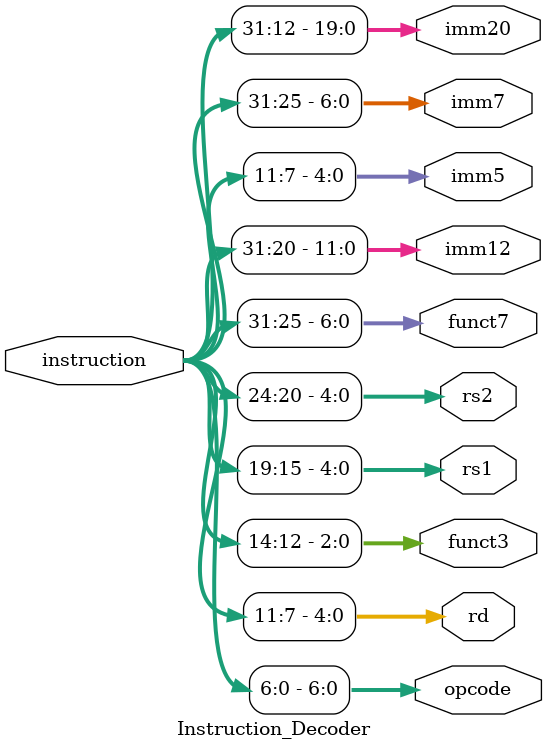
<source format=v>
`timescale 1ns / 1ps

module Instruction_Decoder(
    input [31:0] instruction,
    output reg [6:0] opcode,
    output reg [4:0] rd,
    output reg [2:0] funct3,
    output reg [4:0] rs1,
    output reg [4:0] rs2,
    output reg [6:0] funct7,
    output reg [11:0] imm12,
    output reg [4:0] imm5,
    output reg [6:0] imm7,
    output reg [19:0] imm20
);
always @(*) begin
    opcode = instruction[6:0];
    rd = instruction[11:7];
    funct3 = instruction[14:12];
    rs1 = instruction[19:15];
    rs2 = instruction[24:20];
    funct7 = instruction[31:25];
    imm12 = instruction[31:20];
    imm5 = instruction[11:7];
    imm7 = instruction[31:25];
    imm20 = instruction[31:12];
end

/*
Instruction Types:
R-type:  | funct7 | rs2 | rs1 | funct3 | rd | opcode |
I-type:  | imm[11:0] | rs1 | funct3 | rd | opcode |
S-type:  | imm[11:5] | rs2 | rs1 | funct3 | imm[4:0] | opcode |
B-type:  | imm[12|10:5] | rs2 | rs1 | funct3 | imm[4:1|11] | opcode |
U-type:  | imm[31:12] | rd | opcode |
J-type:  | imm[20|10:1|11|19:12] | rd | opcode |
*/
endmodule
</source>
